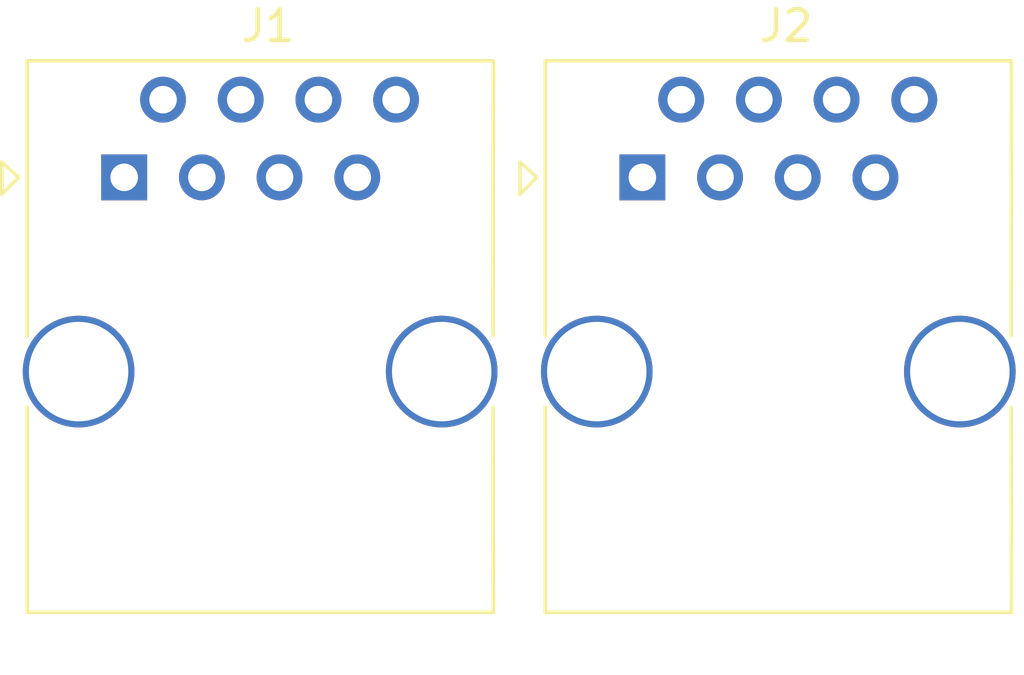
<source format=kicad_pcb>
(kicad_pcb (version 20171130) (host pcbnew "(5.0.0-rc2-dev-444-g2974a2c10)")

  (general
    (thickness 1.6)
    (drawings 0)
    (tracks 0)
    (zones 0)
    (modules 2)
    (nets 17)
  )

  (page A4)
  (layers
    (0 F.Cu signal)
    (31 B.Cu signal)
    (32 B.Adhes user)
    (33 F.Adhes user)
    (34 B.Paste user)
    (35 F.Paste user)
    (36 B.SilkS user)
    (37 F.SilkS user)
    (38 B.Mask user)
    (39 F.Mask user)
    (40 Dwgs.User user)
    (41 Cmts.User user)
    (42 Eco1.User user)
    (43 Eco2.User user)
    (44 Edge.Cuts user)
    (45 Margin user)
    (46 B.CrtYd user)
    (47 F.CrtYd user)
    (48 B.Fab user)
    (49 F.Fab user)
  )

  (setup
    (last_trace_width 0.25)
    (trace_clearance 0.2)
    (zone_clearance 0.508)
    (zone_45_only no)
    (trace_min 0.2)
    (segment_width 0.2)
    (edge_width 0.15)
    (via_size 0.8)
    (via_drill 0.4)
    (via_min_size 0.4)
    (via_min_drill 0.3)
    (uvia_size 0.3)
    (uvia_drill 0.1)
    (uvias_allowed no)
    (uvia_min_size 0.2)
    (uvia_min_drill 0.1)
    (pcb_text_width 0.3)
    (pcb_text_size 1.5 1.5)
    (mod_edge_width 0.15)
    (mod_text_size 1 1)
    (mod_text_width 0.15)
    (pad_size 1.524 1.524)
    (pad_drill 0.762)
    (pad_to_mask_clearance 0.2)
    (aux_axis_origin 0 0)
    (visible_elements FFFFFF7F)
    (pcbplotparams
      (layerselection 0x010fc_ffffffff)
      (usegerberextensions false)
      (usegerberattributes false)
      (usegerberadvancedattributes false)
      (creategerberjobfile false)
      (excludeedgelayer true)
      (linewidth 0.100000)
      (plotframeref false)
      (viasonmask false)
      (mode 1)
      (useauxorigin false)
      (hpglpennumber 1)
      (hpglpenspeed 20)
      (hpglpendiameter 15)
      (psnegative false)
      (psa4output false)
      (plotreference true)
      (plotvalue true)
      (plotinvisibletext false)
      (padsonsilk false)
      (subtractmaskfromsilk false)
      (outputformat 1)
      (mirror false)
      (drillshape 1)
      (scaleselection 1)
      (outputdirectory ""))
  )

  (net 0 "")
  (net 1 "Net-(J1-Pad1)")
  (net 2 "Net-(J1-Pad2)")
  (net 3 "Net-(J1-Pad3)")
  (net 4 "Net-(J1-Pad4)")
  (net 5 "Net-(J1-Pad5)")
  (net 6 "Net-(J1-Pad6)")
  (net 7 "Net-(J1-Pad7)")
  (net 8 "Net-(J1-Pad8)")
  (net 9 "Net-(J2-Pad8)")
  (net 10 "Net-(J2-Pad7)")
  (net 11 "Net-(J2-Pad6)")
  (net 12 "Net-(J2-Pad5)")
  (net 13 "Net-(J2-Pad4)")
  (net 14 "Net-(J2-Pad3)")
  (net 15 "Net-(J2-Pad2)")
  (net 16 "Net-(J2-Pad1)")

  (net_class Default "This is the default net class."
    (clearance 0.2)
    (trace_width 0.25)
    (via_dia 0.8)
    (via_drill 0.4)
    (uvia_dia 0.3)
    (uvia_drill 0.1)
    (add_net "Net-(J1-Pad1)")
    (add_net "Net-(J1-Pad2)")
    (add_net "Net-(J1-Pad3)")
    (add_net "Net-(J1-Pad4)")
    (add_net "Net-(J1-Pad5)")
    (add_net "Net-(J1-Pad6)")
    (add_net "Net-(J1-Pad7)")
    (add_net "Net-(J1-Pad8)")
    (add_net "Net-(J2-Pad1)")
    (add_net "Net-(J2-Pad2)")
    (add_net "Net-(J2-Pad3)")
    (add_net "Net-(J2-Pad4)")
    (add_net "Net-(J2-Pad5)")
    (add_net "Net-(J2-Pad6)")
    (add_net "Net-(J2-Pad7)")
    (add_net "Net-(J2-Pad8)")
  )

  (module Connector_RJ:RJ45_8 (layer F.Cu) (tedit 5A1DC098) (tstamp 5B0136E5)
    (at 112.131261 57.26122)
    (descr "RJ45 connector, 8-pin")
    (tags RJ45)
    (path /5AF57A5E)
    (fp_text reference J1 (at 4.7 -4.95) (layer F.SilkS)
      (effects (font (size 1 1) (thickness 0.15)))
    )
    (fp_text value 8P8C (at 4.6 15.45) (layer F.Fab)
      (effects (font (size 1 1) (thickness 0.15)))
    )
    (fp_text user %R (at 4.65 5.85) (layer F.Fab)
      (effects (font (size 1 1) (thickness 0.15)))
    )
    (fp_line (start -4 0.55) (end -3.45 0) (layer F.SilkS) (width 0.12))
    (fp_line (start -4 -0.5) (end -4 0.55) (layer F.SilkS) (width 0.12))
    (fp_line (start -3.45 0) (end -4 -0.5) (layer F.SilkS) (width 0.12))
    (fp_line (start -3.1 14.15) (end -3.1 -2) (layer F.Fab) (width 0.12))
    (fp_line (start 12.05 14.15) (end -3.1 14.15) (layer F.Fab) (width 0.12))
    (fp_line (start 12 -3.7) (end 12.05 14.15) (layer F.Fab) (width 0.12))
    (fp_line (start -1.3 -3.75) (end 12 -3.7) (layer F.Fab) (width 0.12))
    (fp_line (start -3.1 -2) (end -1.3 -3.75) (layer F.Fab) (width 0.12))
    (fp_line (start -3.17 14.22) (end 12.07 14.22) (layer F.SilkS) (width 0.12))
    (fp_line (start 12.07 -3.81) (end 12.06 5.18) (layer F.SilkS) (width 0.12))
    (fp_line (start 12.07 -3.81) (end -3.17 -3.81) (layer F.SilkS) (width 0.12))
    (fp_line (start -3.17 -3.81) (end -3.17 5.19) (layer F.SilkS) (width 0.12))
    (fp_line (start 12.06 7.52) (end 12.07 14.22) (layer F.SilkS) (width 0.12))
    (fp_line (start -3.17 7.51) (end -3.17 14.22) (layer F.SilkS) (width 0.12))
    (fp_line (start -3.56 -4.06) (end 12.46 -4.06) (layer F.CrtYd) (width 0.05))
    (fp_line (start -3.56 -4.06) (end -3.56 14.47) (layer F.CrtYd) (width 0.05))
    (fp_line (start 12.46 14.47) (end 12.46 -4.06) (layer F.CrtYd) (width 0.05))
    (fp_line (start 12.46 14.47) (end -3.56 14.47) (layer F.CrtYd) (width 0.05))
    (pad "" np_thru_hole circle (at 10.38 6.35) (size 3.65 3.65) (drill 3.25) (layers *.Cu *.Mask))
    (pad "" np_thru_hole circle (at -1.49 6.35) (size 3.65 3.65) (drill 3.25) (layers *.Cu *.Mask))
    (pad 1 thru_hole rect (at 0 0) (size 1.5 1.5) (drill 0.9) (layers *.Cu *.Mask)
      (net 1 "Net-(J1-Pad1)"))
    (pad 2 thru_hole circle (at 1.27 -2.54) (size 1.5 1.5) (drill 0.9) (layers *.Cu *.Mask)
      (net 2 "Net-(J1-Pad2)"))
    (pad 3 thru_hole circle (at 2.54 0) (size 1.5 1.5) (drill 0.9) (layers *.Cu *.Mask)
      (net 3 "Net-(J1-Pad3)"))
    (pad 4 thru_hole circle (at 3.81 -2.54) (size 1.5 1.5) (drill 0.9) (layers *.Cu *.Mask)
      (net 4 "Net-(J1-Pad4)"))
    (pad 5 thru_hole circle (at 5.08 0) (size 1.5 1.5) (drill 0.9) (layers *.Cu *.Mask)
      (net 5 "Net-(J1-Pad5)"))
    (pad 6 thru_hole circle (at 6.35 -2.54) (size 1.5 1.5) (drill 0.9) (layers *.Cu *.Mask)
      (net 6 "Net-(J1-Pad6)"))
    (pad 7 thru_hole circle (at 7.62 0) (size 1.5 1.5) (drill 0.9) (layers *.Cu *.Mask)
      (net 7 "Net-(J1-Pad7)"))
    (pad 8 thru_hole circle (at 8.89 -2.54) (size 1.5 1.5) (drill 0.9) (layers *.Cu *.Mask)
      (net 8 "Net-(J1-Pad8)"))
    (model ${KISYS3DMOD}/Connector_RJ.3dshapes/RJ45_8.wrl
      (offset (xyz 2949.67138707724 -4096.76581539705 0))
      (scale (xyz 0.4 0.4 0.4))
      (rotate (xyz 0 0 0))
    )
  )

  (module Connector_RJ:RJ45_8 (layer F.Cu) (tedit 5A1DC098) (tstamp 5B013706)
    (at 129.071261 57.26122)
    (descr "RJ45 connector, 8-pin")
    (tags RJ45)
    (path /5AF57ACA)
    (fp_text reference J2 (at 4.7 -4.95) (layer F.SilkS)
      (effects (font (size 1 1) (thickness 0.15)))
    )
    (fp_text value 8P8C (at 4.6 15.45) (layer F.Fab)
      (effects (font (size 1 1) (thickness 0.15)))
    )
    (fp_line (start 12.46 14.47) (end -3.56 14.47) (layer F.CrtYd) (width 0.05))
    (fp_line (start 12.46 14.47) (end 12.46 -4.06) (layer F.CrtYd) (width 0.05))
    (fp_line (start -3.56 -4.06) (end -3.56 14.47) (layer F.CrtYd) (width 0.05))
    (fp_line (start -3.56 -4.06) (end 12.46 -4.06) (layer F.CrtYd) (width 0.05))
    (fp_line (start -3.17 7.51) (end -3.17 14.22) (layer F.SilkS) (width 0.12))
    (fp_line (start 12.06 7.52) (end 12.07 14.22) (layer F.SilkS) (width 0.12))
    (fp_line (start -3.17 -3.81) (end -3.17 5.19) (layer F.SilkS) (width 0.12))
    (fp_line (start 12.07 -3.81) (end -3.17 -3.81) (layer F.SilkS) (width 0.12))
    (fp_line (start 12.07 -3.81) (end 12.06 5.18) (layer F.SilkS) (width 0.12))
    (fp_line (start -3.17 14.22) (end 12.07 14.22) (layer F.SilkS) (width 0.12))
    (fp_line (start -3.1 -2) (end -1.3 -3.75) (layer F.Fab) (width 0.12))
    (fp_line (start -1.3 -3.75) (end 12 -3.7) (layer F.Fab) (width 0.12))
    (fp_line (start 12 -3.7) (end 12.05 14.15) (layer F.Fab) (width 0.12))
    (fp_line (start 12.05 14.15) (end -3.1 14.15) (layer F.Fab) (width 0.12))
    (fp_line (start -3.1 14.15) (end -3.1 -2) (layer F.Fab) (width 0.12))
    (fp_line (start -3.45 0) (end -4 -0.5) (layer F.SilkS) (width 0.12))
    (fp_line (start -4 -0.5) (end -4 0.55) (layer F.SilkS) (width 0.12))
    (fp_line (start -4 0.55) (end -3.45 0) (layer F.SilkS) (width 0.12))
    (fp_text user %R (at 4.65 5.85) (layer F.Fab)
      (effects (font (size 1 1) (thickness 0.15)))
    )
    (pad 8 thru_hole circle (at 8.89 -2.54) (size 1.5 1.5) (drill 0.9) (layers *.Cu *.Mask)
      (net 9 "Net-(J2-Pad8)"))
    (pad 7 thru_hole circle (at 7.62 0) (size 1.5 1.5) (drill 0.9) (layers *.Cu *.Mask)
      (net 10 "Net-(J2-Pad7)"))
    (pad 6 thru_hole circle (at 6.35 -2.54) (size 1.5 1.5) (drill 0.9) (layers *.Cu *.Mask)
      (net 11 "Net-(J2-Pad6)"))
    (pad 5 thru_hole circle (at 5.08 0) (size 1.5 1.5) (drill 0.9) (layers *.Cu *.Mask)
      (net 12 "Net-(J2-Pad5)"))
    (pad 4 thru_hole circle (at 3.81 -2.54) (size 1.5 1.5) (drill 0.9) (layers *.Cu *.Mask)
      (net 13 "Net-(J2-Pad4)"))
    (pad 3 thru_hole circle (at 2.54 0) (size 1.5 1.5) (drill 0.9) (layers *.Cu *.Mask)
      (net 14 "Net-(J2-Pad3)"))
    (pad 2 thru_hole circle (at 1.27 -2.54) (size 1.5 1.5) (drill 0.9) (layers *.Cu *.Mask)
      (net 15 "Net-(J2-Pad2)"))
    (pad 1 thru_hole rect (at 0 0) (size 1.5 1.5) (drill 0.9) (layers *.Cu *.Mask)
      (net 16 "Net-(J2-Pad1)"))
    (pad "" np_thru_hole circle (at -1.49 6.35) (size 3.65 3.65) (drill 3.25) (layers *.Cu *.Mask))
    (pad "" np_thru_hole circle (at 10.38 6.35) (size 3.65 3.65) (drill 3.25) (layers *.Cu *.Mask))
    (model ${KISYS3DMOD}/Connector_RJ.3dshapes/RJ45_8.wrl
      (offset (xyz 2949.67138707724 -4096.76581539705 0))
      (scale (xyz 0.4 0.4 0.4))
      (rotate (xyz 0 0 0))
    )
  )

)

</source>
